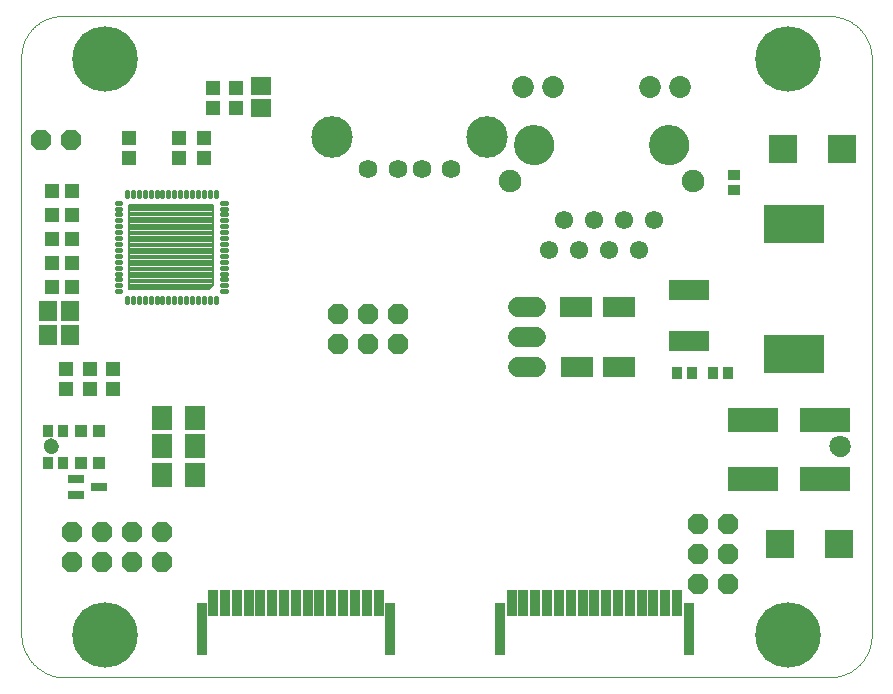
<source format=gts>
G75*
%MOIN*%
%OFA0B0*%
%FSLAX25Y25*%
%IPPOS*%
%LPD*%
%AMOC8*
5,1,8,0,0,1.08239X$1,22.5*
%
%ADD10C,0.00000*%
%ADD11C,0.07099*%
%ADD12C,0.05131*%
%ADD13R,0.03200X0.08700*%
%ADD14R,0.03600X0.17300*%
%ADD15R,0.13792X0.06902*%
%ADD16C,0.06800*%
%ADD17R,0.03556X0.04343*%
%ADD18R,0.03950X0.03950*%
%ADD19R,0.11036X0.07099*%
%ADD20OC8,0.06800*%
%ADD21R,0.07099X0.07887*%
%ADD22R,0.05200X0.02600*%
%ADD23C,0.21800*%
%ADD24R,0.16548X0.07887*%
%ADD25R,0.04343X0.03556*%
%ADD26R,0.09400X0.09400*%
%ADD27R,0.20485X0.12611*%
%ADD28C,0.06115*%
%ADD29C,0.07296*%
%ADD30C,0.13398*%
%ADD31C,0.07493*%
%ADD32C,0.01784*%
%ADD33C,0.00800*%
%ADD34R,0.05131X0.04737*%
%ADD35R,0.04737X0.05131*%
%ADD36R,0.06706X0.05918*%
%ADD37R,0.05918X0.06706*%
%ADD38C,0.13855*%
%ADD39C,0.06233*%
D10*
X0015673Y0001500D02*
X0270791Y0001500D01*
X0271133Y0001504D01*
X0271476Y0001517D01*
X0271818Y0001537D01*
X0272159Y0001566D01*
X0272499Y0001603D01*
X0272839Y0001649D01*
X0273177Y0001702D01*
X0273514Y0001764D01*
X0273849Y0001834D01*
X0274183Y0001912D01*
X0274514Y0001998D01*
X0274844Y0002092D01*
X0275171Y0002194D01*
X0275495Y0002303D01*
X0275817Y0002421D01*
X0276136Y0002546D01*
X0276451Y0002679D01*
X0276764Y0002820D01*
X0277072Y0002968D01*
X0277378Y0003123D01*
X0277679Y0003286D01*
X0277976Y0003456D01*
X0278269Y0003633D01*
X0278558Y0003818D01*
X0278842Y0004009D01*
X0279122Y0004207D01*
X0279396Y0004411D01*
X0279666Y0004623D01*
X0279930Y0004840D01*
X0280189Y0005064D01*
X0280443Y0005295D01*
X0280691Y0005531D01*
X0280933Y0005773D01*
X0281169Y0006021D01*
X0281400Y0006275D01*
X0281624Y0006534D01*
X0281841Y0006798D01*
X0282053Y0007068D01*
X0282257Y0007342D01*
X0282455Y0007622D01*
X0282646Y0007906D01*
X0282831Y0008195D01*
X0283008Y0008488D01*
X0283178Y0008785D01*
X0283341Y0009086D01*
X0283496Y0009392D01*
X0283644Y0009700D01*
X0283785Y0010013D01*
X0283918Y0010328D01*
X0284043Y0010647D01*
X0284161Y0010969D01*
X0284270Y0011293D01*
X0284372Y0011620D01*
X0284466Y0011950D01*
X0284552Y0012281D01*
X0284630Y0012615D01*
X0284700Y0012950D01*
X0284762Y0013287D01*
X0284815Y0013625D01*
X0284861Y0013965D01*
X0284898Y0014305D01*
X0284927Y0014646D01*
X0284947Y0014988D01*
X0284960Y0015331D01*
X0284964Y0015673D01*
X0284965Y0015673D02*
X0284965Y0207799D01*
X0284964Y0207799D02*
X0284960Y0208141D01*
X0284947Y0208484D01*
X0284927Y0208826D01*
X0284898Y0209167D01*
X0284861Y0209507D01*
X0284815Y0209847D01*
X0284762Y0210185D01*
X0284700Y0210522D01*
X0284630Y0210857D01*
X0284552Y0211191D01*
X0284466Y0211522D01*
X0284372Y0211852D01*
X0284270Y0212179D01*
X0284161Y0212503D01*
X0284043Y0212825D01*
X0283918Y0213144D01*
X0283785Y0213459D01*
X0283644Y0213772D01*
X0283496Y0214080D01*
X0283341Y0214386D01*
X0283178Y0214687D01*
X0283008Y0214984D01*
X0282831Y0215277D01*
X0282646Y0215566D01*
X0282455Y0215850D01*
X0282257Y0216130D01*
X0282053Y0216404D01*
X0281841Y0216674D01*
X0281624Y0216938D01*
X0281400Y0217197D01*
X0281169Y0217451D01*
X0280933Y0217699D01*
X0280691Y0217941D01*
X0280443Y0218177D01*
X0280189Y0218408D01*
X0279930Y0218632D01*
X0279666Y0218849D01*
X0279396Y0219061D01*
X0279122Y0219265D01*
X0278842Y0219463D01*
X0278558Y0219654D01*
X0278269Y0219839D01*
X0277976Y0220016D01*
X0277679Y0220186D01*
X0277378Y0220349D01*
X0277072Y0220504D01*
X0276764Y0220652D01*
X0276451Y0220793D01*
X0276136Y0220926D01*
X0275817Y0221051D01*
X0275495Y0221169D01*
X0275171Y0221278D01*
X0274844Y0221380D01*
X0274514Y0221474D01*
X0274183Y0221560D01*
X0273849Y0221638D01*
X0273514Y0221708D01*
X0273177Y0221770D01*
X0272839Y0221823D01*
X0272499Y0221869D01*
X0272159Y0221906D01*
X0271818Y0221935D01*
X0271476Y0221955D01*
X0271133Y0221968D01*
X0270791Y0221972D01*
X0015673Y0221972D01*
X0001500Y0208799D02*
X0001500Y0016673D01*
X0001492Y0016318D01*
X0001492Y0015963D01*
X0001502Y0015609D01*
X0001520Y0015254D01*
X0001546Y0014901D01*
X0001581Y0014548D01*
X0001625Y0014195D01*
X0001677Y0013845D01*
X0001737Y0013495D01*
X0001806Y0013147D01*
X0001884Y0012801D01*
X0001969Y0012456D01*
X0002063Y0012114D01*
X0002165Y0011774D01*
X0002276Y0011437D01*
X0002394Y0011103D01*
X0002521Y0010771D01*
X0002655Y0010443D01*
X0002798Y0010118D01*
X0002948Y0009797D01*
X0003106Y0009479D01*
X0003271Y0009165D01*
X0003445Y0008855D01*
X0003625Y0008550D01*
X0003813Y0008249D01*
X0004008Y0007953D01*
X0004210Y0007661D01*
X0004419Y0007375D01*
X0004635Y0007093D01*
X0004858Y0006817D01*
X0005088Y0006546D01*
X0005323Y0006281D01*
X0005566Y0006022D01*
X0005814Y0005769D01*
X0006068Y0005521D01*
X0006329Y0005280D01*
X0006595Y0005046D01*
X0006867Y0004817D01*
X0007144Y0004596D01*
X0007426Y0004381D01*
X0007714Y0004173D01*
X0008006Y0003972D01*
X0008303Y0003778D01*
X0008605Y0003592D01*
X0008911Y0003413D01*
X0009222Y0003241D01*
X0009536Y0003077D01*
X0009855Y0002920D01*
X0010177Y0002771D01*
X0010502Y0002630D01*
X0010831Y0002497D01*
X0011163Y0002372D01*
X0011498Y0002255D01*
X0011836Y0002146D01*
X0012176Y0002046D01*
X0012518Y0001953D01*
X0012863Y0001869D01*
X0013210Y0001793D01*
X0013558Y0001726D01*
X0013908Y0001667D01*
X0014259Y0001616D01*
X0014611Y0001574D01*
X0014965Y0001541D01*
X0015319Y0001516D01*
X0015673Y0001500D01*
X0009276Y0078500D02*
X0009278Y0078593D01*
X0009284Y0078685D01*
X0009294Y0078777D01*
X0009308Y0078868D01*
X0009325Y0078959D01*
X0009347Y0079049D01*
X0009372Y0079138D01*
X0009401Y0079226D01*
X0009434Y0079312D01*
X0009471Y0079397D01*
X0009511Y0079481D01*
X0009555Y0079562D01*
X0009602Y0079642D01*
X0009652Y0079720D01*
X0009706Y0079795D01*
X0009763Y0079868D01*
X0009823Y0079938D01*
X0009886Y0080006D01*
X0009952Y0080071D01*
X0010020Y0080133D01*
X0010091Y0080193D01*
X0010165Y0080249D01*
X0010241Y0080302D01*
X0010319Y0080351D01*
X0010399Y0080398D01*
X0010481Y0080440D01*
X0010565Y0080480D01*
X0010650Y0080515D01*
X0010737Y0080547D01*
X0010825Y0080576D01*
X0010914Y0080600D01*
X0011004Y0080621D01*
X0011095Y0080637D01*
X0011187Y0080650D01*
X0011279Y0080659D01*
X0011372Y0080664D01*
X0011464Y0080665D01*
X0011557Y0080662D01*
X0011649Y0080655D01*
X0011741Y0080644D01*
X0011832Y0080629D01*
X0011923Y0080611D01*
X0012013Y0080588D01*
X0012101Y0080562D01*
X0012189Y0080532D01*
X0012275Y0080498D01*
X0012359Y0080461D01*
X0012442Y0080419D01*
X0012523Y0080375D01*
X0012603Y0080327D01*
X0012680Y0080276D01*
X0012754Y0080221D01*
X0012827Y0080163D01*
X0012897Y0080103D01*
X0012964Y0080039D01*
X0013028Y0079973D01*
X0013090Y0079903D01*
X0013148Y0079832D01*
X0013203Y0079758D01*
X0013255Y0079681D01*
X0013304Y0079602D01*
X0013350Y0079522D01*
X0013392Y0079439D01*
X0013430Y0079355D01*
X0013465Y0079269D01*
X0013496Y0079182D01*
X0013523Y0079094D01*
X0013546Y0079004D01*
X0013566Y0078914D01*
X0013582Y0078823D01*
X0013594Y0078731D01*
X0013602Y0078639D01*
X0013606Y0078546D01*
X0013606Y0078454D01*
X0013602Y0078361D01*
X0013594Y0078269D01*
X0013582Y0078177D01*
X0013566Y0078086D01*
X0013546Y0077996D01*
X0013523Y0077906D01*
X0013496Y0077818D01*
X0013465Y0077731D01*
X0013430Y0077645D01*
X0013392Y0077561D01*
X0013350Y0077478D01*
X0013304Y0077398D01*
X0013255Y0077319D01*
X0013203Y0077242D01*
X0013148Y0077168D01*
X0013090Y0077097D01*
X0013028Y0077027D01*
X0012964Y0076961D01*
X0012897Y0076897D01*
X0012827Y0076837D01*
X0012754Y0076779D01*
X0012680Y0076724D01*
X0012603Y0076673D01*
X0012524Y0076625D01*
X0012442Y0076581D01*
X0012359Y0076539D01*
X0012275Y0076502D01*
X0012189Y0076468D01*
X0012101Y0076438D01*
X0012013Y0076412D01*
X0011923Y0076389D01*
X0011832Y0076371D01*
X0011741Y0076356D01*
X0011649Y0076345D01*
X0011557Y0076338D01*
X0011464Y0076335D01*
X0011372Y0076336D01*
X0011279Y0076341D01*
X0011187Y0076350D01*
X0011095Y0076363D01*
X0011004Y0076379D01*
X0010914Y0076400D01*
X0010825Y0076424D01*
X0010737Y0076453D01*
X0010650Y0076485D01*
X0010565Y0076520D01*
X0010481Y0076560D01*
X0010399Y0076602D01*
X0010319Y0076649D01*
X0010241Y0076698D01*
X0010165Y0076751D01*
X0010091Y0076807D01*
X0010020Y0076867D01*
X0009952Y0076929D01*
X0009886Y0076994D01*
X0009823Y0077062D01*
X0009763Y0077132D01*
X0009706Y0077205D01*
X0009652Y0077280D01*
X0009602Y0077358D01*
X0009555Y0077438D01*
X0009511Y0077519D01*
X0009471Y0077603D01*
X0009434Y0077688D01*
X0009401Y0077774D01*
X0009372Y0077862D01*
X0009347Y0077951D01*
X0009325Y0078041D01*
X0009308Y0078132D01*
X0009294Y0078223D01*
X0009284Y0078315D01*
X0009278Y0078407D01*
X0009276Y0078500D01*
X0161142Y0166992D02*
X0161144Y0167107D01*
X0161150Y0167223D01*
X0161160Y0167338D01*
X0161174Y0167453D01*
X0161192Y0167567D01*
X0161214Y0167680D01*
X0161239Y0167793D01*
X0161269Y0167904D01*
X0161302Y0168015D01*
X0161339Y0168124D01*
X0161380Y0168232D01*
X0161425Y0168339D01*
X0161473Y0168444D01*
X0161525Y0168547D01*
X0161581Y0168648D01*
X0161640Y0168748D01*
X0161702Y0168845D01*
X0161768Y0168940D01*
X0161836Y0169033D01*
X0161908Y0169123D01*
X0161983Y0169211D01*
X0162062Y0169296D01*
X0162143Y0169378D01*
X0162226Y0169458D01*
X0162313Y0169534D01*
X0162402Y0169608D01*
X0162493Y0169678D01*
X0162587Y0169746D01*
X0162683Y0169810D01*
X0162782Y0169870D01*
X0162882Y0169927D01*
X0162984Y0169981D01*
X0163088Y0170031D01*
X0163194Y0170078D01*
X0163301Y0170121D01*
X0163410Y0170160D01*
X0163520Y0170195D01*
X0163631Y0170226D01*
X0163743Y0170254D01*
X0163856Y0170278D01*
X0163970Y0170298D01*
X0164085Y0170314D01*
X0164200Y0170326D01*
X0164315Y0170334D01*
X0164430Y0170338D01*
X0164546Y0170338D01*
X0164661Y0170334D01*
X0164776Y0170326D01*
X0164891Y0170314D01*
X0165006Y0170298D01*
X0165120Y0170278D01*
X0165233Y0170254D01*
X0165345Y0170226D01*
X0165456Y0170195D01*
X0165566Y0170160D01*
X0165675Y0170121D01*
X0165782Y0170078D01*
X0165888Y0170031D01*
X0165992Y0169981D01*
X0166094Y0169927D01*
X0166194Y0169870D01*
X0166293Y0169810D01*
X0166389Y0169746D01*
X0166483Y0169678D01*
X0166574Y0169608D01*
X0166663Y0169534D01*
X0166750Y0169458D01*
X0166833Y0169378D01*
X0166914Y0169296D01*
X0166993Y0169211D01*
X0167068Y0169123D01*
X0167140Y0169033D01*
X0167208Y0168940D01*
X0167274Y0168845D01*
X0167336Y0168748D01*
X0167395Y0168648D01*
X0167451Y0168547D01*
X0167503Y0168444D01*
X0167551Y0168339D01*
X0167596Y0168232D01*
X0167637Y0168124D01*
X0167674Y0168015D01*
X0167707Y0167904D01*
X0167737Y0167793D01*
X0167762Y0167680D01*
X0167784Y0167567D01*
X0167802Y0167453D01*
X0167816Y0167338D01*
X0167826Y0167223D01*
X0167832Y0167107D01*
X0167834Y0166992D01*
X0167832Y0166877D01*
X0167826Y0166761D01*
X0167816Y0166646D01*
X0167802Y0166531D01*
X0167784Y0166417D01*
X0167762Y0166304D01*
X0167737Y0166191D01*
X0167707Y0166080D01*
X0167674Y0165969D01*
X0167637Y0165860D01*
X0167596Y0165752D01*
X0167551Y0165645D01*
X0167503Y0165540D01*
X0167451Y0165437D01*
X0167395Y0165336D01*
X0167336Y0165236D01*
X0167274Y0165139D01*
X0167208Y0165044D01*
X0167140Y0164951D01*
X0167068Y0164861D01*
X0166993Y0164773D01*
X0166914Y0164688D01*
X0166833Y0164606D01*
X0166750Y0164526D01*
X0166663Y0164450D01*
X0166574Y0164376D01*
X0166483Y0164306D01*
X0166389Y0164238D01*
X0166293Y0164174D01*
X0166194Y0164114D01*
X0166094Y0164057D01*
X0165992Y0164003D01*
X0165888Y0163953D01*
X0165782Y0163906D01*
X0165675Y0163863D01*
X0165566Y0163824D01*
X0165456Y0163789D01*
X0165345Y0163758D01*
X0165233Y0163730D01*
X0165120Y0163706D01*
X0165006Y0163686D01*
X0164891Y0163670D01*
X0164776Y0163658D01*
X0164661Y0163650D01*
X0164546Y0163646D01*
X0164430Y0163646D01*
X0164315Y0163650D01*
X0164200Y0163658D01*
X0164085Y0163670D01*
X0163970Y0163686D01*
X0163856Y0163706D01*
X0163743Y0163730D01*
X0163631Y0163758D01*
X0163520Y0163789D01*
X0163410Y0163824D01*
X0163301Y0163863D01*
X0163194Y0163906D01*
X0163088Y0163953D01*
X0162984Y0164003D01*
X0162882Y0164057D01*
X0162782Y0164114D01*
X0162683Y0164174D01*
X0162587Y0164238D01*
X0162493Y0164306D01*
X0162402Y0164376D01*
X0162313Y0164450D01*
X0162226Y0164526D01*
X0162143Y0164606D01*
X0162062Y0164688D01*
X0161983Y0164773D01*
X0161908Y0164861D01*
X0161836Y0164951D01*
X0161768Y0165044D01*
X0161702Y0165139D01*
X0161640Y0165236D01*
X0161581Y0165336D01*
X0161525Y0165437D01*
X0161473Y0165540D01*
X0161425Y0165645D01*
X0161380Y0165752D01*
X0161339Y0165860D01*
X0161302Y0165969D01*
X0161269Y0166080D01*
X0161239Y0166191D01*
X0161214Y0166304D01*
X0161192Y0166417D01*
X0161174Y0166531D01*
X0161160Y0166646D01*
X0161150Y0166761D01*
X0161144Y0166877D01*
X0161142Y0166992D01*
X0166201Y0179000D02*
X0166203Y0179158D01*
X0166209Y0179316D01*
X0166219Y0179474D01*
X0166233Y0179632D01*
X0166251Y0179789D01*
X0166272Y0179946D01*
X0166298Y0180102D01*
X0166328Y0180258D01*
X0166361Y0180413D01*
X0166399Y0180566D01*
X0166440Y0180719D01*
X0166485Y0180871D01*
X0166534Y0181022D01*
X0166587Y0181171D01*
X0166643Y0181319D01*
X0166703Y0181465D01*
X0166767Y0181610D01*
X0166835Y0181753D01*
X0166906Y0181895D01*
X0166980Y0182035D01*
X0167058Y0182172D01*
X0167140Y0182308D01*
X0167224Y0182442D01*
X0167313Y0182573D01*
X0167404Y0182702D01*
X0167499Y0182829D01*
X0167596Y0182954D01*
X0167697Y0183076D01*
X0167801Y0183195D01*
X0167908Y0183312D01*
X0168018Y0183426D01*
X0168131Y0183537D01*
X0168246Y0183646D01*
X0168364Y0183751D01*
X0168485Y0183853D01*
X0168608Y0183953D01*
X0168734Y0184049D01*
X0168862Y0184142D01*
X0168992Y0184232D01*
X0169125Y0184318D01*
X0169260Y0184402D01*
X0169396Y0184481D01*
X0169535Y0184558D01*
X0169676Y0184630D01*
X0169818Y0184700D01*
X0169962Y0184765D01*
X0170108Y0184827D01*
X0170255Y0184885D01*
X0170404Y0184940D01*
X0170554Y0184991D01*
X0170705Y0185038D01*
X0170857Y0185081D01*
X0171010Y0185120D01*
X0171165Y0185156D01*
X0171320Y0185187D01*
X0171476Y0185215D01*
X0171632Y0185239D01*
X0171789Y0185259D01*
X0171947Y0185275D01*
X0172104Y0185287D01*
X0172263Y0185295D01*
X0172421Y0185299D01*
X0172579Y0185299D01*
X0172737Y0185295D01*
X0172896Y0185287D01*
X0173053Y0185275D01*
X0173211Y0185259D01*
X0173368Y0185239D01*
X0173524Y0185215D01*
X0173680Y0185187D01*
X0173835Y0185156D01*
X0173990Y0185120D01*
X0174143Y0185081D01*
X0174295Y0185038D01*
X0174446Y0184991D01*
X0174596Y0184940D01*
X0174745Y0184885D01*
X0174892Y0184827D01*
X0175038Y0184765D01*
X0175182Y0184700D01*
X0175324Y0184630D01*
X0175465Y0184558D01*
X0175604Y0184481D01*
X0175740Y0184402D01*
X0175875Y0184318D01*
X0176008Y0184232D01*
X0176138Y0184142D01*
X0176266Y0184049D01*
X0176392Y0183953D01*
X0176515Y0183853D01*
X0176636Y0183751D01*
X0176754Y0183646D01*
X0176869Y0183537D01*
X0176982Y0183426D01*
X0177092Y0183312D01*
X0177199Y0183195D01*
X0177303Y0183076D01*
X0177404Y0182954D01*
X0177501Y0182829D01*
X0177596Y0182702D01*
X0177687Y0182573D01*
X0177776Y0182442D01*
X0177860Y0182308D01*
X0177942Y0182172D01*
X0178020Y0182035D01*
X0178094Y0181895D01*
X0178165Y0181753D01*
X0178233Y0181610D01*
X0178297Y0181465D01*
X0178357Y0181319D01*
X0178413Y0181171D01*
X0178466Y0181022D01*
X0178515Y0180871D01*
X0178560Y0180719D01*
X0178601Y0180566D01*
X0178639Y0180413D01*
X0178672Y0180258D01*
X0178702Y0180102D01*
X0178728Y0179946D01*
X0178749Y0179789D01*
X0178767Y0179632D01*
X0178781Y0179474D01*
X0178791Y0179316D01*
X0178797Y0179158D01*
X0178799Y0179000D01*
X0178797Y0178842D01*
X0178791Y0178684D01*
X0178781Y0178526D01*
X0178767Y0178368D01*
X0178749Y0178211D01*
X0178728Y0178054D01*
X0178702Y0177898D01*
X0178672Y0177742D01*
X0178639Y0177587D01*
X0178601Y0177434D01*
X0178560Y0177281D01*
X0178515Y0177129D01*
X0178466Y0176978D01*
X0178413Y0176829D01*
X0178357Y0176681D01*
X0178297Y0176535D01*
X0178233Y0176390D01*
X0178165Y0176247D01*
X0178094Y0176105D01*
X0178020Y0175965D01*
X0177942Y0175828D01*
X0177860Y0175692D01*
X0177776Y0175558D01*
X0177687Y0175427D01*
X0177596Y0175298D01*
X0177501Y0175171D01*
X0177404Y0175046D01*
X0177303Y0174924D01*
X0177199Y0174805D01*
X0177092Y0174688D01*
X0176982Y0174574D01*
X0176869Y0174463D01*
X0176754Y0174354D01*
X0176636Y0174249D01*
X0176515Y0174147D01*
X0176392Y0174047D01*
X0176266Y0173951D01*
X0176138Y0173858D01*
X0176008Y0173768D01*
X0175875Y0173682D01*
X0175740Y0173598D01*
X0175604Y0173519D01*
X0175465Y0173442D01*
X0175324Y0173370D01*
X0175182Y0173300D01*
X0175038Y0173235D01*
X0174892Y0173173D01*
X0174745Y0173115D01*
X0174596Y0173060D01*
X0174446Y0173009D01*
X0174295Y0172962D01*
X0174143Y0172919D01*
X0173990Y0172880D01*
X0173835Y0172844D01*
X0173680Y0172813D01*
X0173524Y0172785D01*
X0173368Y0172761D01*
X0173211Y0172741D01*
X0173053Y0172725D01*
X0172896Y0172713D01*
X0172737Y0172705D01*
X0172579Y0172701D01*
X0172421Y0172701D01*
X0172263Y0172705D01*
X0172104Y0172713D01*
X0171947Y0172725D01*
X0171789Y0172741D01*
X0171632Y0172761D01*
X0171476Y0172785D01*
X0171320Y0172813D01*
X0171165Y0172844D01*
X0171010Y0172880D01*
X0170857Y0172919D01*
X0170705Y0172962D01*
X0170554Y0173009D01*
X0170404Y0173060D01*
X0170255Y0173115D01*
X0170108Y0173173D01*
X0169962Y0173235D01*
X0169818Y0173300D01*
X0169676Y0173370D01*
X0169535Y0173442D01*
X0169396Y0173519D01*
X0169260Y0173598D01*
X0169125Y0173682D01*
X0168992Y0173768D01*
X0168862Y0173858D01*
X0168734Y0173951D01*
X0168608Y0174047D01*
X0168485Y0174147D01*
X0168364Y0174249D01*
X0168246Y0174354D01*
X0168131Y0174463D01*
X0168018Y0174574D01*
X0167908Y0174688D01*
X0167801Y0174805D01*
X0167697Y0174924D01*
X0167596Y0175046D01*
X0167499Y0175171D01*
X0167404Y0175298D01*
X0167313Y0175427D01*
X0167224Y0175558D01*
X0167140Y0175692D01*
X0167058Y0175828D01*
X0166980Y0175965D01*
X0166906Y0176105D01*
X0166835Y0176247D01*
X0166767Y0176390D01*
X0166703Y0176535D01*
X0166643Y0176681D01*
X0166587Y0176829D01*
X0166534Y0176978D01*
X0166485Y0177129D01*
X0166440Y0177281D01*
X0166399Y0177434D01*
X0166361Y0177587D01*
X0166328Y0177742D01*
X0166298Y0177898D01*
X0166272Y0178054D01*
X0166251Y0178211D01*
X0166233Y0178368D01*
X0166219Y0178526D01*
X0166209Y0178684D01*
X0166203Y0178842D01*
X0166201Y0179000D01*
X0211201Y0179000D02*
X0211203Y0179158D01*
X0211209Y0179316D01*
X0211219Y0179474D01*
X0211233Y0179632D01*
X0211251Y0179789D01*
X0211272Y0179946D01*
X0211298Y0180102D01*
X0211328Y0180258D01*
X0211361Y0180413D01*
X0211399Y0180566D01*
X0211440Y0180719D01*
X0211485Y0180871D01*
X0211534Y0181022D01*
X0211587Y0181171D01*
X0211643Y0181319D01*
X0211703Y0181465D01*
X0211767Y0181610D01*
X0211835Y0181753D01*
X0211906Y0181895D01*
X0211980Y0182035D01*
X0212058Y0182172D01*
X0212140Y0182308D01*
X0212224Y0182442D01*
X0212313Y0182573D01*
X0212404Y0182702D01*
X0212499Y0182829D01*
X0212596Y0182954D01*
X0212697Y0183076D01*
X0212801Y0183195D01*
X0212908Y0183312D01*
X0213018Y0183426D01*
X0213131Y0183537D01*
X0213246Y0183646D01*
X0213364Y0183751D01*
X0213485Y0183853D01*
X0213608Y0183953D01*
X0213734Y0184049D01*
X0213862Y0184142D01*
X0213992Y0184232D01*
X0214125Y0184318D01*
X0214260Y0184402D01*
X0214396Y0184481D01*
X0214535Y0184558D01*
X0214676Y0184630D01*
X0214818Y0184700D01*
X0214962Y0184765D01*
X0215108Y0184827D01*
X0215255Y0184885D01*
X0215404Y0184940D01*
X0215554Y0184991D01*
X0215705Y0185038D01*
X0215857Y0185081D01*
X0216010Y0185120D01*
X0216165Y0185156D01*
X0216320Y0185187D01*
X0216476Y0185215D01*
X0216632Y0185239D01*
X0216789Y0185259D01*
X0216947Y0185275D01*
X0217104Y0185287D01*
X0217263Y0185295D01*
X0217421Y0185299D01*
X0217579Y0185299D01*
X0217737Y0185295D01*
X0217896Y0185287D01*
X0218053Y0185275D01*
X0218211Y0185259D01*
X0218368Y0185239D01*
X0218524Y0185215D01*
X0218680Y0185187D01*
X0218835Y0185156D01*
X0218990Y0185120D01*
X0219143Y0185081D01*
X0219295Y0185038D01*
X0219446Y0184991D01*
X0219596Y0184940D01*
X0219745Y0184885D01*
X0219892Y0184827D01*
X0220038Y0184765D01*
X0220182Y0184700D01*
X0220324Y0184630D01*
X0220465Y0184558D01*
X0220604Y0184481D01*
X0220740Y0184402D01*
X0220875Y0184318D01*
X0221008Y0184232D01*
X0221138Y0184142D01*
X0221266Y0184049D01*
X0221392Y0183953D01*
X0221515Y0183853D01*
X0221636Y0183751D01*
X0221754Y0183646D01*
X0221869Y0183537D01*
X0221982Y0183426D01*
X0222092Y0183312D01*
X0222199Y0183195D01*
X0222303Y0183076D01*
X0222404Y0182954D01*
X0222501Y0182829D01*
X0222596Y0182702D01*
X0222687Y0182573D01*
X0222776Y0182442D01*
X0222860Y0182308D01*
X0222942Y0182172D01*
X0223020Y0182035D01*
X0223094Y0181895D01*
X0223165Y0181753D01*
X0223233Y0181610D01*
X0223297Y0181465D01*
X0223357Y0181319D01*
X0223413Y0181171D01*
X0223466Y0181022D01*
X0223515Y0180871D01*
X0223560Y0180719D01*
X0223601Y0180566D01*
X0223639Y0180413D01*
X0223672Y0180258D01*
X0223702Y0180102D01*
X0223728Y0179946D01*
X0223749Y0179789D01*
X0223767Y0179632D01*
X0223781Y0179474D01*
X0223791Y0179316D01*
X0223797Y0179158D01*
X0223799Y0179000D01*
X0223797Y0178842D01*
X0223791Y0178684D01*
X0223781Y0178526D01*
X0223767Y0178368D01*
X0223749Y0178211D01*
X0223728Y0178054D01*
X0223702Y0177898D01*
X0223672Y0177742D01*
X0223639Y0177587D01*
X0223601Y0177434D01*
X0223560Y0177281D01*
X0223515Y0177129D01*
X0223466Y0176978D01*
X0223413Y0176829D01*
X0223357Y0176681D01*
X0223297Y0176535D01*
X0223233Y0176390D01*
X0223165Y0176247D01*
X0223094Y0176105D01*
X0223020Y0175965D01*
X0222942Y0175828D01*
X0222860Y0175692D01*
X0222776Y0175558D01*
X0222687Y0175427D01*
X0222596Y0175298D01*
X0222501Y0175171D01*
X0222404Y0175046D01*
X0222303Y0174924D01*
X0222199Y0174805D01*
X0222092Y0174688D01*
X0221982Y0174574D01*
X0221869Y0174463D01*
X0221754Y0174354D01*
X0221636Y0174249D01*
X0221515Y0174147D01*
X0221392Y0174047D01*
X0221266Y0173951D01*
X0221138Y0173858D01*
X0221008Y0173768D01*
X0220875Y0173682D01*
X0220740Y0173598D01*
X0220604Y0173519D01*
X0220465Y0173442D01*
X0220324Y0173370D01*
X0220182Y0173300D01*
X0220038Y0173235D01*
X0219892Y0173173D01*
X0219745Y0173115D01*
X0219596Y0173060D01*
X0219446Y0173009D01*
X0219295Y0172962D01*
X0219143Y0172919D01*
X0218990Y0172880D01*
X0218835Y0172844D01*
X0218680Y0172813D01*
X0218524Y0172785D01*
X0218368Y0172761D01*
X0218211Y0172741D01*
X0218053Y0172725D01*
X0217896Y0172713D01*
X0217737Y0172705D01*
X0217579Y0172701D01*
X0217421Y0172701D01*
X0217263Y0172705D01*
X0217104Y0172713D01*
X0216947Y0172725D01*
X0216789Y0172741D01*
X0216632Y0172761D01*
X0216476Y0172785D01*
X0216320Y0172813D01*
X0216165Y0172844D01*
X0216010Y0172880D01*
X0215857Y0172919D01*
X0215705Y0172962D01*
X0215554Y0173009D01*
X0215404Y0173060D01*
X0215255Y0173115D01*
X0215108Y0173173D01*
X0214962Y0173235D01*
X0214818Y0173300D01*
X0214676Y0173370D01*
X0214535Y0173442D01*
X0214396Y0173519D01*
X0214260Y0173598D01*
X0214125Y0173682D01*
X0213992Y0173768D01*
X0213862Y0173858D01*
X0213734Y0173951D01*
X0213608Y0174047D01*
X0213485Y0174147D01*
X0213364Y0174249D01*
X0213246Y0174354D01*
X0213131Y0174463D01*
X0213018Y0174574D01*
X0212908Y0174688D01*
X0212801Y0174805D01*
X0212697Y0174924D01*
X0212596Y0175046D01*
X0212499Y0175171D01*
X0212404Y0175298D01*
X0212313Y0175427D01*
X0212224Y0175558D01*
X0212140Y0175692D01*
X0212058Y0175828D01*
X0211980Y0175965D01*
X0211906Y0176105D01*
X0211835Y0176247D01*
X0211767Y0176390D01*
X0211703Y0176535D01*
X0211643Y0176681D01*
X0211587Y0176829D01*
X0211534Y0176978D01*
X0211485Y0177129D01*
X0211440Y0177281D01*
X0211399Y0177434D01*
X0211361Y0177587D01*
X0211328Y0177742D01*
X0211298Y0177898D01*
X0211272Y0178054D01*
X0211251Y0178211D01*
X0211233Y0178368D01*
X0211219Y0178526D01*
X0211209Y0178684D01*
X0211203Y0178842D01*
X0211201Y0179000D01*
X0222166Y0166992D02*
X0222168Y0167107D01*
X0222174Y0167223D01*
X0222184Y0167338D01*
X0222198Y0167453D01*
X0222216Y0167567D01*
X0222238Y0167680D01*
X0222263Y0167793D01*
X0222293Y0167904D01*
X0222326Y0168015D01*
X0222363Y0168124D01*
X0222404Y0168232D01*
X0222449Y0168339D01*
X0222497Y0168444D01*
X0222549Y0168547D01*
X0222605Y0168648D01*
X0222664Y0168748D01*
X0222726Y0168845D01*
X0222792Y0168940D01*
X0222860Y0169033D01*
X0222932Y0169123D01*
X0223007Y0169211D01*
X0223086Y0169296D01*
X0223167Y0169378D01*
X0223250Y0169458D01*
X0223337Y0169534D01*
X0223426Y0169608D01*
X0223517Y0169678D01*
X0223611Y0169746D01*
X0223707Y0169810D01*
X0223806Y0169870D01*
X0223906Y0169927D01*
X0224008Y0169981D01*
X0224112Y0170031D01*
X0224218Y0170078D01*
X0224325Y0170121D01*
X0224434Y0170160D01*
X0224544Y0170195D01*
X0224655Y0170226D01*
X0224767Y0170254D01*
X0224880Y0170278D01*
X0224994Y0170298D01*
X0225109Y0170314D01*
X0225224Y0170326D01*
X0225339Y0170334D01*
X0225454Y0170338D01*
X0225570Y0170338D01*
X0225685Y0170334D01*
X0225800Y0170326D01*
X0225915Y0170314D01*
X0226030Y0170298D01*
X0226144Y0170278D01*
X0226257Y0170254D01*
X0226369Y0170226D01*
X0226480Y0170195D01*
X0226590Y0170160D01*
X0226699Y0170121D01*
X0226806Y0170078D01*
X0226912Y0170031D01*
X0227016Y0169981D01*
X0227118Y0169927D01*
X0227218Y0169870D01*
X0227317Y0169810D01*
X0227413Y0169746D01*
X0227507Y0169678D01*
X0227598Y0169608D01*
X0227687Y0169534D01*
X0227774Y0169458D01*
X0227857Y0169378D01*
X0227938Y0169296D01*
X0228017Y0169211D01*
X0228092Y0169123D01*
X0228164Y0169033D01*
X0228232Y0168940D01*
X0228298Y0168845D01*
X0228360Y0168748D01*
X0228419Y0168648D01*
X0228475Y0168547D01*
X0228527Y0168444D01*
X0228575Y0168339D01*
X0228620Y0168232D01*
X0228661Y0168124D01*
X0228698Y0168015D01*
X0228731Y0167904D01*
X0228761Y0167793D01*
X0228786Y0167680D01*
X0228808Y0167567D01*
X0228826Y0167453D01*
X0228840Y0167338D01*
X0228850Y0167223D01*
X0228856Y0167107D01*
X0228858Y0166992D01*
X0228856Y0166877D01*
X0228850Y0166761D01*
X0228840Y0166646D01*
X0228826Y0166531D01*
X0228808Y0166417D01*
X0228786Y0166304D01*
X0228761Y0166191D01*
X0228731Y0166080D01*
X0228698Y0165969D01*
X0228661Y0165860D01*
X0228620Y0165752D01*
X0228575Y0165645D01*
X0228527Y0165540D01*
X0228475Y0165437D01*
X0228419Y0165336D01*
X0228360Y0165236D01*
X0228298Y0165139D01*
X0228232Y0165044D01*
X0228164Y0164951D01*
X0228092Y0164861D01*
X0228017Y0164773D01*
X0227938Y0164688D01*
X0227857Y0164606D01*
X0227774Y0164526D01*
X0227687Y0164450D01*
X0227598Y0164376D01*
X0227507Y0164306D01*
X0227413Y0164238D01*
X0227317Y0164174D01*
X0227218Y0164114D01*
X0227118Y0164057D01*
X0227016Y0164003D01*
X0226912Y0163953D01*
X0226806Y0163906D01*
X0226699Y0163863D01*
X0226590Y0163824D01*
X0226480Y0163789D01*
X0226369Y0163758D01*
X0226257Y0163730D01*
X0226144Y0163706D01*
X0226030Y0163686D01*
X0225915Y0163670D01*
X0225800Y0163658D01*
X0225685Y0163650D01*
X0225570Y0163646D01*
X0225454Y0163646D01*
X0225339Y0163650D01*
X0225224Y0163658D01*
X0225109Y0163670D01*
X0224994Y0163686D01*
X0224880Y0163706D01*
X0224767Y0163730D01*
X0224655Y0163758D01*
X0224544Y0163789D01*
X0224434Y0163824D01*
X0224325Y0163863D01*
X0224218Y0163906D01*
X0224112Y0163953D01*
X0224008Y0164003D01*
X0223906Y0164057D01*
X0223806Y0164114D01*
X0223707Y0164174D01*
X0223611Y0164238D01*
X0223517Y0164306D01*
X0223426Y0164376D01*
X0223337Y0164450D01*
X0223250Y0164526D01*
X0223167Y0164606D01*
X0223086Y0164688D01*
X0223007Y0164773D01*
X0222932Y0164861D01*
X0222860Y0164951D01*
X0222792Y0165044D01*
X0222726Y0165139D01*
X0222664Y0165236D01*
X0222605Y0165336D01*
X0222549Y0165437D01*
X0222497Y0165540D01*
X0222449Y0165645D01*
X0222404Y0165752D01*
X0222363Y0165860D01*
X0222326Y0165969D01*
X0222293Y0166080D01*
X0222263Y0166191D01*
X0222238Y0166304D01*
X0222216Y0166417D01*
X0222198Y0166531D01*
X0222184Y0166646D01*
X0222174Y0166761D01*
X0222168Y0166877D01*
X0222166Y0166992D01*
X0271283Y0078500D02*
X0271285Y0078612D01*
X0271291Y0078723D01*
X0271301Y0078835D01*
X0271315Y0078946D01*
X0271332Y0079056D01*
X0271354Y0079166D01*
X0271380Y0079275D01*
X0271409Y0079383D01*
X0271442Y0079489D01*
X0271479Y0079595D01*
X0271520Y0079699D01*
X0271565Y0079802D01*
X0271613Y0079903D01*
X0271664Y0080002D01*
X0271719Y0080099D01*
X0271778Y0080194D01*
X0271839Y0080288D01*
X0271904Y0080379D01*
X0271973Y0080467D01*
X0272044Y0080553D01*
X0272118Y0080637D01*
X0272196Y0080717D01*
X0272276Y0080795D01*
X0272359Y0080871D01*
X0272444Y0080943D01*
X0272532Y0081012D01*
X0272622Y0081078D01*
X0272715Y0081140D01*
X0272810Y0081200D01*
X0272907Y0081256D01*
X0273005Y0081308D01*
X0273106Y0081357D01*
X0273208Y0081402D01*
X0273312Y0081444D01*
X0273417Y0081482D01*
X0273524Y0081516D01*
X0273631Y0081546D01*
X0273740Y0081573D01*
X0273849Y0081595D01*
X0273960Y0081614D01*
X0274070Y0081629D01*
X0274182Y0081640D01*
X0274293Y0081647D01*
X0274405Y0081650D01*
X0274517Y0081649D01*
X0274629Y0081644D01*
X0274740Y0081635D01*
X0274851Y0081622D01*
X0274962Y0081605D01*
X0275072Y0081585D01*
X0275181Y0081560D01*
X0275289Y0081532D01*
X0275396Y0081499D01*
X0275502Y0081463D01*
X0275606Y0081423D01*
X0275709Y0081380D01*
X0275811Y0081333D01*
X0275910Y0081282D01*
X0276008Y0081228D01*
X0276104Y0081170D01*
X0276198Y0081109D01*
X0276289Y0081045D01*
X0276378Y0080978D01*
X0276465Y0080907D01*
X0276549Y0080833D01*
X0276631Y0080757D01*
X0276709Y0080677D01*
X0276785Y0080595D01*
X0276858Y0080510D01*
X0276928Y0080423D01*
X0276994Y0080333D01*
X0277058Y0080241D01*
X0277118Y0080147D01*
X0277175Y0080051D01*
X0277228Y0079952D01*
X0277278Y0079852D01*
X0277324Y0079751D01*
X0277367Y0079647D01*
X0277406Y0079542D01*
X0277441Y0079436D01*
X0277472Y0079329D01*
X0277500Y0079220D01*
X0277523Y0079111D01*
X0277543Y0079001D01*
X0277559Y0078890D01*
X0277571Y0078779D01*
X0277579Y0078668D01*
X0277583Y0078556D01*
X0277583Y0078444D01*
X0277579Y0078332D01*
X0277571Y0078221D01*
X0277559Y0078110D01*
X0277543Y0077999D01*
X0277523Y0077889D01*
X0277500Y0077780D01*
X0277472Y0077671D01*
X0277441Y0077564D01*
X0277406Y0077458D01*
X0277367Y0077353D01*
X0277324Y0077249D01*
X0277278Y0077148D01*
X0277228Y0077048D01*
X0277175Y0076949D01*
X0277118Y0076853D01*
X0277058Y0076759D01*
X0276994Y0076667D01*
X0276928Y0076577D01*
X0276858Y0076490D01*
X0276785Y0076405D01*
X0276709Y0076323D01*
X0276631Y0076243D01*
X0276549Y0076167D01*
X0276465Y0076093D01*
X0276378Y0076022D01*
X0276289Y0075955D01*
X0276198Y0075891D01*
X0276104Y0075830D01*
X0276008Y0075772D01*
X0275910Y0075718D01*
X0275811Y0075667D01*
X0275709Y0075620D01*
X0275606Y0075577D01*
X0275502Y0075537D01*
X0275396Y0075501D01*
X0275289Y0075468D01*
X0275181Y0075440D01*
X0275072Y0075415D01*
X0274962Y0075395D01*
X0274851Y0075378D01*
X0274740Y0075365D01*
X0274629Y0075356D01*
X0274517Y0075351D01*
X0274405Y0075350D01*
X0274293Y0075353D01*
X0274182Y0075360D01*
X0274070Y0075371D01*
X0273960Y0075386D01*
X0273849Y0075405D01*
X0273740Y0075427D01*
X0273631Y0075454D01*
X0273524Y0075484D01*
X0273417Y0075518D01*
X0273312Y0075556D01*
X0273208Y0075598D01*
X0273106Y0075643D01*
X0273005Y0075692D01*
X0272907Y0075744D01*
X0272810Y0075800D01*
X0272715Y0075860D01*
X0272622Y0075922D01*
X0272532Y0075988D01*
X0272444Y0076057D01*
X0272359Y0076129D01*
X0272276Y0076205D01*
X0272196Y0076283D01*
X0272118Y0076363D01*
X0272044Y0076447D01*
X0271973Y0076533D01*
X0271904Y0076621D01*
X0271839Y0076712D01*
X0271778Y0076806D01*
X0271719Y0076901D01*
X0271664Y0076998D01*
X0271613Y0077097D01*
X0271565Y0077198D01*
X0271520Y0077301D01*
X0271479Y0077405D01*
X0271442Y0077511D01*
X0271409Y0077617D01*
X0271380Y0077725D01*
X0271354Y0077834D01*
X0271332Y0077944D01*
X0271315Y0078054D01*
X0271301Y0078165D01*
X0271291Y0078277D01*
X0271285Y0078388D01*
X0271283Y0078500D01*
X0015673Y0221972D02*
X0015342Y0221980D01*
X0015012Y0221980D01*
X0014681Y0221972D01*
X0014351Y0221956D01*
X0014021Y0221932D01*
X0013692Y0221901D01*
X0013364Y0221861D01*
X0013037Y0221813D01*
X0012711Y0221758D01*
X0012386Y0221694D01*
X0012063Y0221623D01*
X0011742Y0221544D01*
X0011423Y0221457D01*
X0011107Y0221363D01*
X0010792Y0221261D01*
X0010480Y0221151D01*
X0010171Y0221034D01*
X0009865Y0220909D01*
X0009562Y0220777D01*
X0009262Y0220638D01*
X0008965Y0220492D01*
X0008672Y0220338D01*
X0008383Y0220177D01*
X0008098Y0220010D01*
X0007817Y0219836D01*
X0007541Y0219654D01*
X0007269Y0219467D01*
X0007001Y0219272D01*
X0006738Y0219072D01*
X0006480Y0218865D01*
X0006228Y0218652D01*
X0005980Y0218433D01*
X0005738Y0218207D01*
X0005501Y0217977D01*
X0005270Y0217740D01*
X0005045Y0217498D01*
X0004826Y0217251D01*
X0004612Y0216998D01*
X0004405Y0216740D01*
X0004204Y0216478D01*
X0004010Y0216210D01*
X0003822Y0215938D01*
X0003641Y0215662D01*
X0003466Y0215381D01*
X0003299Y0215096D01*
X0003138Y0214807D01*
X0002984Y0214514D01*
X0002838Y0214218D01*
X0002698Y0213918D01*
X0002566Y0213615D01*
X0002441Y0213309D01*
X0002324Y0213000D01*
X0002214Y0212688D01*
X0002112Y0212373D01*
X0002017Y0212057D01*
X0001930Y0211738D01*
X0001851Y0211417D01*
X0001779Y0211094D01*
X0001716Y0210769D01*
X0001660Y0210443D01*
X0001612Y0210116D01*
X0001572Y0209788D01*
X0001540Y0209459D01*
X0001516Y0209129D01*
X0001500Y0208799D01*
D11*
X0274433Y0078500D03*
D12*
X0011441Y0078500D03*
D13*
X0065500Y0026200D03*
X0069400Y0026200D03*
X0073300Y0026200D03*
X0077300Y0026200D03*
X0081200Y0026200D03*
X0085200Y0026200D03*
X0089100Y0026200D03*
X0093000Y0026200D03*
X0097000Y0026200D03*
X0100900Y0026200D03*
X0104800Y0026200D03*
X0108800Y0026200D03*
X0112700Y0026200D03*
X0116700Y0026200D03*
X0120600Y0026200D03*
X0165000Y0026200D03*
X0168900Y0026200D03*
X0172800Y0026200D03*
X0176800Y0026200D03*
X0180700Y0026200D03*
X0184700Y0026200D03*
X0188600Y0026200D03*
X0192500Y0026200D03*
X0196500Y0026200D03*
X0200400Y0026200D03*
X0204300Y0026200D03*
X0208300Y0026200D03*
X0212200Y0026200D03*
X0216200Y0026200D03*
X0220100Y0026200D03*
D14*
X0224000Y0017800D03*
X0161100Y0017800D03*
X0124500Y0017800D03*
X0061600Y0017800D03*
D15*
X0224200Y0113598D03*
X0224200Y0130802D03*
D16*
X0173000Y0125000D02*
X0167000Y0125000D01*
X0167000Y0115000D02*
X0173000Y0115000D01*
X0173000Y0105000D02*
X0167000Y0105000D01*
D17*
X0219941Y0103000D03*
X0225059Y0103000D03*
X0231941Y0103000D03*
X0237059Y0103000D03*
X0015559Y0083500D03*
X0010441Y0083500D03*
X0010441Y0073000D03*
X0015559Y0073000D03*
D18*
X0021547Y0073000D03*
X0027453Y0073000D03*
X0027453Y0083500D03*
X0021547Y0083500D03*
D19*
X0186613Y0105000D03*
X0200787Y0105000D03*
X0200737Y0125000D03*
X0186563Y0125000D03*
D20*
X0127000Y0122500D03*
X0127000Y0112500D03*
X0117000Y0112500D03*
X0107000Y0112500D03*
X0107000Y0122500D03*
X0117000Y0122500D03*
X0048500Y0050000D03*
X0038500Y0050000D03*
X0028500Y0050000D03*
X0018500Y0050000D03*
X0018500Y0040000D03*
X0028500Y0040000D03*
X0038500Y0040000D03*
X0048500Y0040000D03*
X0018000Y0180500D03*
X0008000Y0180500D03*
X0227000Y0052500D03*
X0237000Y0052500D03*
X0237000Y0042500D03*
X0227000Y0042500D03*
X0227000Y0032500D03*
X0237000Y0032500D03*
D21*
X0059512Y0069000D03*
X0048488Y0069000D03*
X0048488Y0078500D03*
X0048488Y0088000D03*
X0059512Y0088000D03*
X0059512Y0078500D03*
D22*
X0027400Y0064950D03*
X0019800Y0062350D03*
X0019800Y0067550D03*
D23*
X0029453Y0015673D03*
X0257012Y0015673D03*
X0257012Y0207799D03*
X0029453Y0207799D03*
D24*
X0245500Y0087343D03*
X0245500Y0067657D03*
X0269500Y0067657D03*
X0269500Y0087343D03*
D25*
X0239150Y0163941D03*
X0239150Y0169059D03*
D26*
X0255500Y0177500D03*
X0275185Y0177500D03*
X0274000Y0046000D03*
X0254315Y0046000D03*
D27*
X0259000Y0109346D03*
X0259000Y0152654D03*
D28*
X0212520Y0154000D03*
X0202520Y0154000D03*
X0192520Y0154000D03*
X0182520Y0154000D03*
X0187520Y0144000D03*
X0197520Y0144000D03*
X0207520Y0144000D03*
X0177520Y0144000D03*
D29*
X0178898Y0198291D03*
X0168898Y0198291D03*
X0211102Y0198291D03*
X0221102Y0198291D03*
D30*
X0217500Y0179000D03*
X0172500Y0179000D03*
D31*
X0164488Y0166992D03*
X0225512Y0166992D03*
D32*
X0069716Y0159764D02*
X0068536Y0159764D01*
X0068536Y0157795D02*
X0069716Y0157795D01*
X0069716Y0155827D02*
X0068536Y0155827D01*
X0068536Y0153858D02*
X0069716Y0153858D01*
X0069716Y0151890D02*
X0068536Y0151890D01*
X0068536Y0149921D02*
X0069716Y0149921D01*
X0069716Y0147953D02*
X0068536Y0147953D01*
X0068536Y0145984D02*
X0069716Y0145984D01*
X0069716Y0144016D02*
X0068536Y0144016D01*
X0068536Y0142047D02*
X0069716Y0142047D01*
X0069716Y0140079D02*
X0068536Y0140079D01*
X0068536Y0138110D02*
X0069716Y0138110D01*
X0069716Y0136142D02*
X0068536Y0136142D01*
X0068536Y0134173D02*
X0069716Y0134173D01*
X0069716Y0132205D02*
X0068536Y0132205D01*
X0068536Y0130236D02*
X0069716Y0130236D01*
X0066264Y0127964D02*
X0066264Y0126784D01*
X0064295Y0126784D02*
X0064295Y0127964D01*
X0062327Y0127964D02*
X0062327Y0126784D01*
X0060358Y0126784D02*
X0060358Y0127964D01*
X0058390Y0127964D02*
X0058390Y0126784D01*
X0056421Y0126784D02*
X0056421Y0127964D01*
X0054453Y0127964D02*
X0054453Y0126784D01*
X0052484Y0126784D02*
X0052484Y0127964D01*
X0050516Y0127964D02*
X0050516Y0126784D01*
X0048547Y0126784D02*
X0048547Y0127964D01*
X0046579Y0127964D02*
X0046579Y0126784D01*
X0044610Y0126784D02*
X0044610Y0127964D01*
X0042642Y0127964D02*
X0042642Y0126784D01*
X0040673Y0126784D02*
X0040673Y0127964D01*
X0038705Y0127964D02*
X0038705Y0126784D01*
X0036736Y0126784D02*
X0036736Y0127964D01*
X0034464Y0130236D02*
X0033284Y0130236D01*
X0033284Y0132205D02*
X0034464Y0132205D01*
X0034464Y0134173D02*
X0033284Y0134173D01*
X0033284Y0136142D02*
X0034464Y0136142D01*
X0034464Y0138110D02*
X0033284Y0138110D01*
X0033284Y0140079D02*
X0034464Y0140079D01*
X0034464Y0142047D02*
X0033284Y0142047D01*
X0033284Y0144016D02*
X0034464Y0144016D01*
X0034464Y0145984D02*
X0033284Y0145984D01*
X0033284Y0147953D02*
X0034464Y0147953D01*
X0034464Y0149921D02*
X0033284Y0149921D01*
X0033284Y0151890D02*
X0034464Y0151890D01*
X0034464Y0153858D02*
X0033284Y0153858D01*
X0033284Y0155827D02*
X0034464Y0155827D01*
X0034464Y0157795D02*
X0033284Y0157795D01*
X0033284Y0159764D02*
X0034464Y0159764D01*
X0036736Y0162036D02*
X0036736Y0163216D01*
X0038705Y0163216D02*
X0038705Y0162036D01*
X0040673Y0162036D02*
X0040673Y0163216D01*
X0042642Y0163216D02*
X0042642Y0162036D01*
X0044610Y0162036D02*
X0044610Y0163216D01*
X0046579Y0163216D02*
X0046579Y0162036D01*
X0048547Y0162036D02*
X0048547Y0163216D01*
X0050516Y0163216D02*
X0050516Y0162036D01*
X0052484Y0162036D02*
X0052484Y0163216D01*
X0054453Y0163216D02*
X0054453Y0162036D01*
X0056421Y0162036D02*
X0056421Y0163216D01*
X0058390Y0163216D02*
X0058390Y0162036D01*
X0060358Y0162036D02*
X0060358Y0163216D01*
X0062327Y0163216D02*
X0062327Y0162036D01*
X0064295Y0162036D02*
X0064295Y0163216D01*
X0066264Y0163216D02*
X0066264Y0162036D01*
D33*
X0065476Y0158976D02*
X0065476Y0132402D01*
X0064098Y0131024D01*
X0037524Y0131024D01*
X0037524Y0158976D01*
X0065476Y0158976D01*
X0065476Y0158807D02*
X0037524Y0158807D01*
X0037524Y0158008D02*
X0065476Y0158008D01*
X0065476Y0157210D02*
X0037524Y0157210D01*
X0037524Y0156411D02*
X0065476Y0156411D01*
X0065476Y0155613D02*
X0037524Y0155613D01*
X0037524Y0154814D02*
X0065476Y0154814D01*
X0065476Y0154016D02*
X0037524Y0154016D01*
X0037524Y0153217D02*
X0065476Y0153217D01*
X0065476Y0152419D02*
X0037524Y0152419D01*
X0037524Y0151620D02*
X0065476Y0151620D01*
X0065476Y0150822D02*
X0037524Y0150822D01*
X0037524Y0150023D02*
X0065476Y0150023D01*
X0065476Y0149225D02*
X0037524Y0149225D01*
X0037524Y0148426D02*
X0065476Y0148426D01*
X0065476Y0147628D02*
X0037524Y0147628D01*
X0037524Y0146829D02*
X0065476Y0146829D01*
X0065476Y0146031D02*
X0037524Y0146031D01*
X0037524Y0145232D02*
X0065476Y0145232D01*
X0065476Y0144434D02*
X0037524Y0144434D01*
X0037524Y0143635D02*
X0065476Y0143635D01*
X0065476Y0142837D02*
X0037524Y0142837D01*
X0037524Y0142038D02*
X0065476Y0142038D01*
X0065476Y0141239D02*
X0037524Y0141239D01*
X0037524Y0140441D02*
X0065476Y0140441D01*
X0065476Y0139642D02*
X0037524Y0139642D01*
X0037524Y0138844D02*
X0065476Y0138844D01*
X0065476Y0138045D02*
X0037524Y0138045D01*
X0037524Y0137247D02*
X0065476Y0137247D01*
X0065476Y0136448D02*
X0037524Y0136448D01*
X0037524Y0135650D02*
X0065476Y0135650D01*
X0065476Y0134851D02*
X0037524Y0134851D01*
X0037524Y0134053D02*
X0065476Y0134053D01*
X0065476Y0133254D02*
X0037524Y0133254D01*
X0037524Y0132456D02*
X0065476Y0132456D01*
X0064732Y0131657D02*
X0037524Y0131657D01*
D34*
X0018346Y0131500D03*
X0011654Y0131500D03*
X0011654Y0147500D03*
X0018346Y0147500D03*
X0018346Y0155500D03*
X0011654Y0155500D03*
X0011654Y0163500D03*
X0018346Y0163500D03*
X0037500Y0174654D03*
X0037500Y0181346D03*
X0024250Y0104346D03*
X0024250Y0097654D03*
D35*
X0016500Y0097654D03*
X0016500Y0104346D03*
X0032000Y0104346D03*
X0032000Y0097654D03*
X0018346Y0139500D03*
X0011654Y0139500D03*
X0054000Y0174654D03*
X0054000Y0181346D03*
X0062500Y0181346D03*
X0062500Y0174654D03*
X0065500Y0191154D03*
X0065500Y0197846D03*
X0073000Y0197846D03*
X0073000Y0191154D03*
D36*
X0081500Y0191260D03*
X0081500Y0198740D03*
D37*
X0017740Y0123500D03*
X0010260Y0123500D03*
X0010260Y0115600D03*
X0017740Y0115600D03*
D38*
X0105134Y0181500D03*
X0156866Y0181500D03*
D39*
X0144780Y0170870D03*
X0134937Y0170870D03*
X0127063Y0170870D03*
X0117220Y0170870D03*
M02*

</source>
